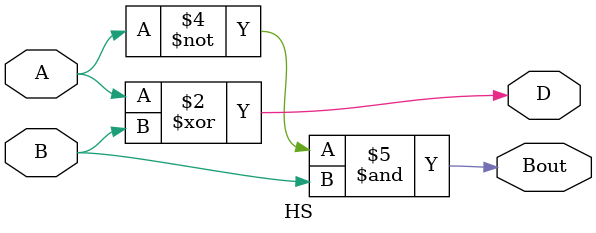
<source format=v>
module HS(output D,Bout, input A,B);
    always@(*) D = A^B;
    always@(*) Bout = (~A)&B; 
endmodule 
</source>
